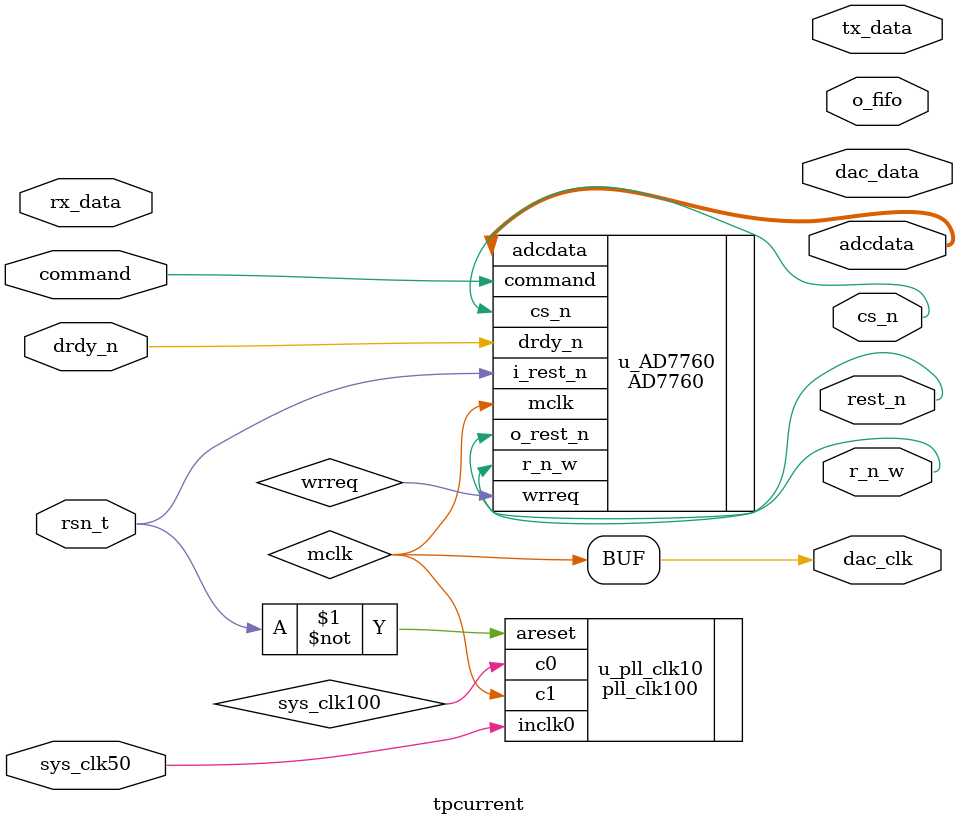
<source format=v>
module tpcurrent(
    input sys_clk50,
    input rsn_t,	//主板复位信号
	 input rx_data,//FPGA模块接收到的数据
	 inout drdy_n,
	 input command,
	 output  cs_n,
	 output  [15:0]adcdata,//读寄存器数据
	 output  r_n_w,
	 output  rest_n,
	 output  tx_data,//模块发送的信号
	 output  [15:0]o_fifo,//从fifo输出的信号,实际并不存在，用于仿真中观察实例输出
	 output dac_clk,
	 output reg [13:0] dac_data
);

wire mclk;
wire sys_clk100;
//wire [15:0]o_fifo;
wire rcn;
wire write_full;
wire write_empty;
wire [8:0]usedw;
wire wrreq;

assign dac_clk = mclk;

pll_clk100	u_pll_clk10 (
	.areset ( ~rsn_t ),
	.inclk0 ( sys_clk50 ),
	.c0 (sys_clk100),//100MHz
	.c1 (mclk)//10MHz
	);

	
//fifo	u_fifo (
//	.aclr ( ~rsn_t ),
//	.clock ( mclk),
//	.data ( adcdata ),
//	.rdreq (  ),
//	.wrreq ( wrreq ),
//	.empty (  ),
//	.full (  ),
//	.q ( o_fifo ),
//	.usedw (  )
//	);

AD7760 u_AD7760(
	.mclk(mclk),
	.drdy_n(drdy_n),//测试的时候用于模拟芯片产生的信号
	.i_rest_n(rsn_t),
	.command(command),
	.r_n_w(r_n_w),
	.cs_n(cs_n),
	.o_rest_n(rest_n),
	.adcdata(adcdata),
	.wrreq(wrreq)
	);

//qsys例化
//    niios_qsys u0 (
//        .clk_clk       (sys_clk100),       //   clk.clk
//        .reset_reset_n (rsn_t),  // reset.reset_n
//		  .uart_rxd      (rx_data),      //  uart.rxd
//        .uart_txd      (tx_data)       //      .txd
//    );






endmodule

</source>
